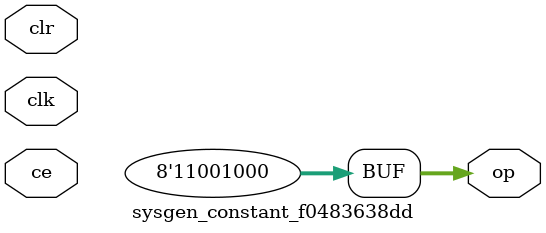
<source format=v>
module sysgen_constant_f0483638dd (
  output [(8 - 1):0] op,
  input clk,
  input ce,
  input clr);
  assign op = 8'b11001000;
endmodule
</source>
